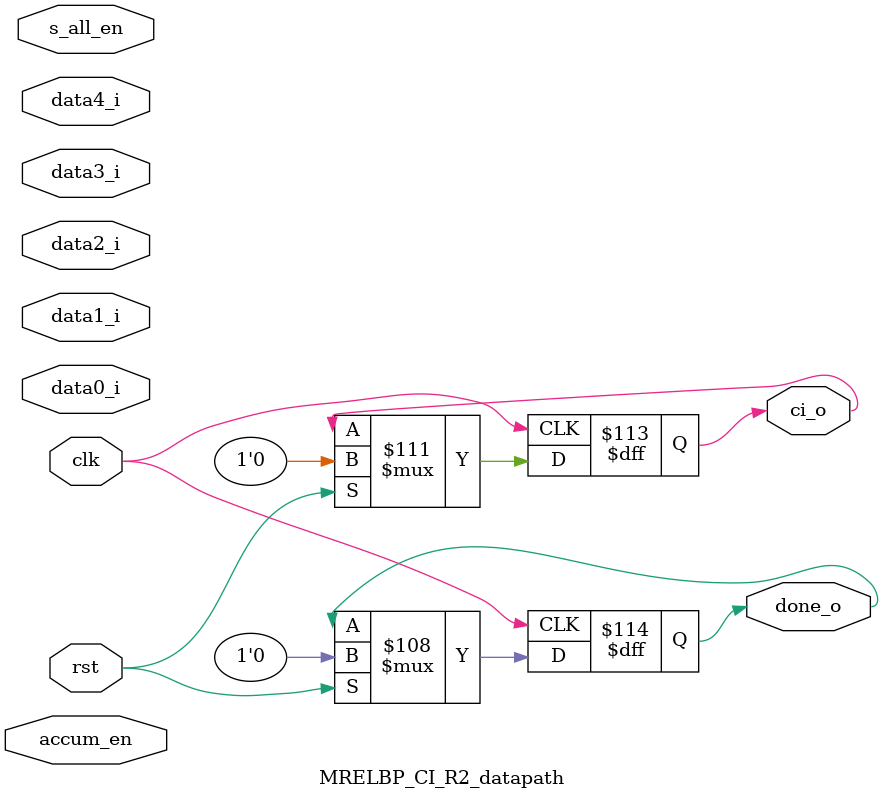
<source format=v>
module MRELBP_CI_R2_datapath (
    input clk,
    input rst,
    input s_all_en,
    input accum_en,
    input [7:0] data0_i,
    data1_i,
    data2_i,
    data3_i,
    data4_i,
    output reg ci_o,
    output reg done_o
);
  reg [7:0] p1_d0, p1_d1, p1_d2, p1_d3, p1_d4;
  reg [7:0] p2_d0, p2_d1, p2_d2, p2_d3, p2_d4;
  reg [7:0] p3_d0, p3_d1, p3_d2, p3_d3, p3_d4;
  reg [7:0] p4_d0, p4_d1, p4_d2, p4_d3, p4_d4;
  reg [7:0] p5_d0, p5_d1, p5_d2, p5_d3, p5_d4;

  reg [10:0] sum1, sum2, sum3, sum4, sum5;

  assign sum1 = (p1_d0 + p1_d1 + p1_d2 + p1_d3 + p1_d4);
  assign sum2 = (p2_d0 + p2_d1 + p2_d2 + p2_d3 + p2_d4);
  assign sum3 = (p3_d0 + p3_d1 + p3_d2 + p3_d3 + p3_d4);
  assign sum4 = (p4_d0 + p4_d1 + p4_d2 + p4_d3 + p4_d4);
  assign sum5 = (p5_d0 + p5_d1 + p5_d2 + p5_d3 + p5_d4);

  reg [15:0] sum_a;
  reg [15:0] muy;


  always @(posedge clk) begin
    if (rst) begin

      p1_d0  <= 0;
      p1_d1  <= 0;
      p1_d2  <= 0;
      p1_d3  <= 0;
      p1_d4  <= 0;

      p2_d0  <= 0;
      p2_d1  <= 0;
      p2_d2  <= 0;
      p2_d3  <= 0;
      p2_d4  <= 0;

      p3_d0  <= 0;
      p3_d1  <= 0;
      p3_d2  <= 0;
      p3_d3  <= 0;
      p3_d4  <= 0;

      p4_d0  <= 0;
      p4_d1  <= 0;
      p4_d2  <= 0;
      p4_d3  <= 0;
      p4_d4  <= 0;

      p5_d0  <= 0;
      p5_d1  <= 0;
      p5_d2  <= 0;
      p5_d3  <= 0;
      p5_d4  <= 0;

      ci_o   <= 0;
      done_o <= 0;
    end else begin
      p1_d0 <= data0_i;
      p1_d1 <= data1_i;
      p1_d2 <= data2_i;
      p1_d3 <= data3_i;
      p1_d4 <= data4_i;

      p2_d0 <= p1_d0;
      p2_d1 <= p1_d1;
      p2_d2 <= p1_d2;
      p2_d3 <= p1_d3;
      p2_d4 <= p1_d4;


      p3_d0 <= p2_d0;
      p3_d1 <= p2_d1;
      p3_d2 <= p2_d2;
      p3_d3 <= p2_d3;
      p3_d4 <= p2_d4;

      p4_d0 <= p3_d0;
      p4_d1 <= p3_d1;
      p4_d2 <= p3_d2;
      p4_d3 <= p3_d3;
      p4_d4 <= p3_d4;

      p5_d0 <= p4_d0;
      p5_d1 <= p4_d1;
      p5_d2 <= p4_d2;
      p5_d3 <= p4_d3;
      p5_d4 <= p4_d4;

    end

  end


  //   always @(negedge clk) begin
  //     if (s_all_en == 1) begin
  //       sum_a = sum1 + sum2 + sum3 + sum4 + sum5;
  //     end else if (accum_en == 1) begin
  //       sum_a = sum_a - sum5;
  //       sum_a = sum_a + sum1;
  //     end else begin
  //       sum_a = 0;
  //     end
  //   end

  assign sum_a = (s_all_en == 1) ? (sum1 + sum2 + sum3 +sum4 + sum5) : (accum_en == 1 ?  (sum_a - sum5 + sum1) : 0);
endmodule

</source>
